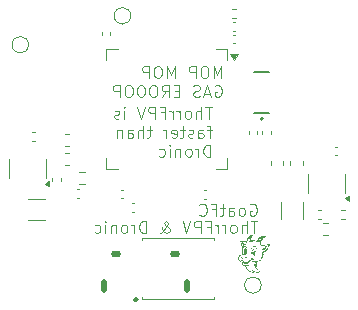
<source format=gbr>
%TF.GenerationSoftware,KiCad,Pcbnew,8.0.6*%
%TF.CreationDate,2025-01-28T20:51:36+01:00*%
%TF.ProjectId,Flight controller goated,466c6967-6874-4206-936f-6e74726f6c6c,rev?*%
%TF.SameCoordinates,Original*%
%TF.FileFunction,Legend,Bot*%
%TF.FilePolarity,Positive*%
%FSLAX46Y46*%
G04 Gerber Fmt 4.6, Leading zero omitted, Abs format (unit mm)*
G04 Created by KiCad (PCBNEW 8.0.6) date 2025-01-28 20:51:36*
%MOMM*%
%LPD*%
G01*
G04 APERTURE LIST*
%ADD10C,0.125000*%
%ADD11C,0.120000*%
%ADD12C,0.127000*%
%ADD13C,0.200000*%
%ADD14C,0.000000*%
%ADD15C,0.250000*%
%ADD16O,0.500000X1.150000*%
%ADD17O,0.850000X0.550000*%
G04 APERTURE END LIST*
D10*
X86379668Y-96911175D02*
X86379668Y-95911175D01*
X86379668Y-95911175D02*
X86046335Y-96625460D01*
X86046335Y-96625460D02*
X85713002Y-95911175D01*
X85713002Y-95911175D02*
X85713002Y-96911175D01*
X85046335Y-95911175D02*
X84855859Y-95911175D01*
X84855859Y-95911175D02*
X84760621Y-95958794D01*
X84760621Y-95958794D02*
X84665383Y-96054032D01*
X84665383Y-96054032D02*
X84617764Y-96244508D01*
X84617764Y-96244508D02*
X84617764Y-96577841D01*
X84617764Y-96577841D02*
X84665383Y-96768317D01*
X84665383Y-96768317D02*
X84760621Y-96863556D01*
X84760621Y-96863556D02*
X84855859Y-96911175D01*
X84855859Y-96911175D02*
X85046335Y-96911175D01*
X85046335Y-96911175D02*
X85141573Y-96863556D01*
X85141573Y-96863556D02*
X85236811Y-96768317D01*
X85236811Y-96768317D02*
X85284430Y-96577841D01*
X85284430Y-96577841D02*
X85284430Y-96244508D01*
X85284430Y-96244508D02*
X85236811Y-96054032D01*
X85236811Y-96054032D02*
X85141573Y-95958794D01*
X85141573Y-95958794D02*
X85046335Y-95911175D01*
X84189192Y-96911175D02*
X84189192Y-95911175D01*
X84189192Y-95911175D02*
X83808240Y-95911175D01*
X83808240Y-95911175D02*
X83713002Y-95958794D01*
X83713002Y-95958794D02*
X83665383Y-96006413D01*
X83665383Y-96006413D02*
X83617764Y-96101651D01*
X83617764Y-96101651D02*
X83617764Y-96244508D01*
X83617764Y-96244508D02*
X83665383Y-96339746D01*
X83665383Y-96339746D02*
X83713002Y-96387365D01*
X83713002Y-96387365D02*
X83808240Y-96434984D01*
X83808240Y-96434984D02*
X84189192Y-96434984D01*
X82427287Y-96911175D02*
X82427287Y-95911175D01*
X82427287Y-95911175D02*
X82093954Y-96625460D01*
X82093954Y-96625460D02*
X81760621Y-95911175D01*
X81760621Y-95911175D02*
X81760621Y-96911175D01*
X81093954Y-95911175D02*
X80903478Y-95911175D01*
X80903478Y-95911175D02*
X80808240Y-95958794D01*
X80808240Y-95958794D02*
X80713002Y-96054032D01*
X80713002Y-96054032D02*
X80665383Y-96244508D01*
X80665383Y-96244508D02*
X80665383Y-96577841D01*
X80665383Y-96577841D02*
X80713002Y-96768317D01*
X80713002Y-96768317D02*
X80808240Y-96863556D01*
X80808240Y-96863556D02*
X80903478Y-96911175D01*
X80903478Y-96911175D02*
X81093954Y-96911175D01*
X81093954Y-96911175D02*
X81189192Y-96863556D01*
X81189192Y-96863556D02*
X81284430Y-96768317D01*
X81284430Y-96768317D02*
X81332049Y-96577841D01*
X81332049Y-96577841D02*
X81332049Y-96244508D01*
X81332049Y-96244508D02*
X81284430Y-96054032D01*
X81284430Y-96054032D02*
X81189192Y-95958794D01*
X81189192Y-95958794D02*
X81093954Y-95911175D01*
X80236811Y-96911175D02*
X80236811Y-95911175D01*
X80236811Y-95911175D02*
X79855859Y-95911175D01*
X79855859Y-95911175D02*
X79760621Y-95958794D01*
X79760621Y-95958794D02*
X79713002Y-96006413D01*
X79713002Y-96006413D02*
X79665383Y-96101651D01*
X79665383Y-96101651D02*
X79665383Y-96244508D01*
X79665383Y-96244508D02*
X79713002Y-96339746D01*
X79713002Y-96339746D02*
X79760621Y-96387365D01*
X79760621Y-96387365D02*
X79855859Y-96434984D01*
X79855859Y-96434984D02*
X80236811Y-96434984D01*
X85855859Y-97568738D02*
X85951097Y-97521119D01*
X85951097Y-97521119D02*
X86093954Y-97521119D01*
X86093954Y-97521119D02*
X86236811Y-97568738D01*
X86236811Y-97568738D02*
X86332049Y-97663976D01*
X86332049Y-97663976D02*
X86379668Y-97759214D01*
X86379668Y-97759214D02*
X86427287Y-97949690D01*
X86427287Y-97949690D02*
X86427287Y-98092547D01*
X86427287Y-98092547D02*
X86379668Y-98283023D01*
X86379668Y-98283023D02*
X86332049Y-98378261D01*
X86332049Y-98378261D02*
X86236811Y-98473500D01*
X86236811Y-98473500D02*
X86093954Y-98521119D01*
X86093954Y-98521119D02*
X85998716Y-98521119D01*
X85998716Y-98521119D02*
X85855859Y-98473500D01*
X85855859Y-98473500D02*
X85808240Y-98425880D01*
X85808240Y-98425880D02*
X85808240Y-98092547D01*
X85808240Y-98092547D02*
X85998716Y-98092547D01*
X85427287Y-98235404D02*
X84951097Y-98235404D01*
X85522525Y-98521119D02*
X85189192Y-97521119D01*
X85189192Y-97521119D02*
X84855859Y-98521119D01*
X84570144Y-98473500D02*
X84427287Y-98521119D01*
X84427287Y-98521119D02*
X84189192Y-98521119D01*
X84189192Y-98521119D02*
X84093954Y-98473500D01*
X84093954Y-98473500D02*
X84046335Y-98425880D01*
X84046335Y-98425880D02*
X83998716Y-98330642D01*
X83998716Y-98330642D02*
X83998716Y-98235404D01*
X83998716Y-98235404D02*
X84046335Y-98140166D01*
X84046335Y-98140166D02*
X84093954Y-98092547D01*
X84093954Y-98092547D02*
X84189192Y-98044928D01*
X84189192Y-98044928D02*
X84379668Y-97997309D01*
X84379668Y-97997309D02*
X84474906Y-97949690D01*
X84474906Y-97949690D02*
X84522525Y-97902071D01*
X84522525Y-97902071D02*
X84570144Y-97806833D01*
X84570144Y-97806833D02*
X84570144Y-97711595D01*
X84570144Y-97711595D02*
X84522525Y-97616357D01*
X84522525Y-97616357D02*
X84474906Y-97568738D01*
X84474906Y-97568738D02*
X84379668Y-97521119D01*
X84379668Y-97521119D02*
X84141573Y-97521119D01*
X84141573Y-97521119D02*
X83998716Y-97568738D01*
X82808239Y-97997309D02*
X82474906Y-97997309D01*
X82332049Y-98521119D02*
X82808239Y-98521119D01*
X82808239Y-98521119D02*
X82808239Y-97521119D01*
X82808239Y-97521119D02*
X82332049Y-97521119D01*
X81332049Y-98521119D02*
X81665382Y-98044928D01*
X81903477Y-98521119D02*
X81903477Y-97521119D01*
X81903477Y-97521119D02*
X81522525Y-97521119D01*
X81522525Y-97521119D02*
X81427287Y-97568738D01*
X81427287Y-97568738D02*
X81379668Y-97616357D01*
X81379668Y-97616357D02*
X81332049Y-97711595D01*
X81332049Y-97711595D02*
X81332049Y-97854452D01*
X81332049Y-97854452D02*
X81379668Y-97949690D01*
X81379668Y-97949690D02*
X81427287Y-97997309D01*
X81427287Y-97997309D02*
X81522525Y-98044928D01*
X81522525Y-98044928D02*
X81903477Y-98044928D01*
X80713001Y-97521119D02*
X80522525Y-97521119D01*
X80522525Y-97521119D02*
X80427287Y-97568738D01*
X80427287Y-97568738D02*
X80332049Y-97663976D01*
X80332049Y-97663976D02*
X80284430Y-97854452D01*
X80284430Y-97854452D02*
X80284430Y-98187785D01*
X80284430Y-98187785D02*
X80332049Y-98378261D01*
X80332049Y-98378261D02*
X80427287Y-98473500D01*
X80427287Y-98473500D02*
X80522525Y-98521119D01*
X80522525Y-98521119D02*
X80713001Y-98521119D01*
X80713001Y-98521119D02*
X80808239Y-98473500D01*
X80808239Y-98473500D02*
X80903477Y-98378261D01*
X80903477Y-98378261D02*
X80951096Y-98187785D01*
X80951096Y-98187785D02*
X80951096Y-97854452D01*
X80951096Y-97854452D02*
X80903477Y-97663976D01*
X80903477Y-97663976D02*
X80808239Y-97568738D01*
X80808239Y-97568738D02*
X80713001Y-97521119D01*
X79665382Y-97521119D02*
X79474906Y-97521119D01*
X79474906Y-97521119D02*
X79379668Y-97568738D01*
X79379668Y-97568738D02*
X79284430Y-97663976D01*
X79284430Y-97663976D02*
X79236811Y-97854452D01*
X79236811Y-97854452D02*
X79236811Y-98187785D01*
X79236811Y-98187785D02*
X79284430Y-98378261D01*
X79284430Y-98378261D02*
X79379668Y-98473500D01*
X79379668Y-98473500D02*
X79474906Y-98521119D01*
X79474906Y-98521119D02*
X79665382Y-98521119D01*
X79665382Y-98521119D02*
X79760620Y-98473500D01*
X79760620Y-98473500D02*
X79855858Y-98378261D01*
X79855858Y-98378261D02*
X79903477Y-98187785D01*
X79903477Y-98187785D02*
X79903477Y-97854452D01*
X79903477Y-97854452D02*
X79855858Y-97663976D01*
X79855858Y-97663976D02*
X79760620Y-97568738D01*
X79760620Y-97568738D02*
X79665382Y-97521119D01*
X78617763Y-97521119D02*
X78427287Y-97521119D01*
X78427287Y-97521119D02*
X78332049Y-97568738D01*
X78332049Y-97568738D02*
X78236811Y-97663976D01*
X78236811Y-97663976D02*
X78189192Y-97854452D01*
X78189192Y-97854452D02*
X78189192Y-98187785D01*
X78189192Y-98187785D02*
X78236811Y-98378261D01*
X78236811Y-98378261D02*
X78332049Y-98473500D01*
X78332049Y-98473500D02*
X78427287Y-98521119D01*
X78427287Y-98521119D02*
X78617763Y-98521119D01*
X78617763Y-98521119D02*
X78713001Y-98473500D01*
X78713001Y-98473500D02*
X78808239Y-98378261D01*
X78808239Y-98378261D02*
X78855858Y-98187785D01*
X78855858Y-98187785D02*
X78855858Y-97854452D01*
X78855858Y-97854452D02*
X78808239Y-97663976D01*
X78808239Y-97663976D02*
X78713001Y-97568738D01*
X78713001Y-97568738D02*
X78617763Y-97521119D01*
X77760620Y-98521119D02*
X77760620Y-97521119D01*
X77760620Y-97521119D02*
X77379668Y-97521119D01*
X77379668Y-97521119D02*
X77284430Y-97568738D01*
X77284430Y-97568738D02*
X77236811Y-97616357D01*
X77236811Y-97616357D02*
X77189192Y-97711595D01*
X77189192Y-97711595D02*
X77189192Y-97854452D01*
X77189192Y-97854452D02*
X77236811Y-97949690D01*
X77236811Y-97949690D02*
X77284430Y-97997309D01*
X77284430Y-97997309D02*
X77379668Y-98044928D01*
X77379668Y-98044928D02*
X77760620Y-98044928D01*
X85572525Y-99351231D02*
X85001097Y-99351231D01*
X85286811Y-100351231D02*
X85286811Y-99351231D01*
X84667763Y-100351231D02*
X84667763Y-99351231D01*
X84239192Y-100351231D02*
X84239192Y-99827421D01*
X84239192Y-99827421D02*
X84286811Y-99732183D01*
X84286811Y-99732183D02*
X84382049Y-99684564D01*
X84382049Y-99684564D02*
X84524906Y-99684564D01*
X84524906Y-99684564D02*
X84620144Y-99732183D01*
X84620144Y-99732183D02*
X84667763Y-99779802D01*
X83620144Y-100351231D02*
X83715382Y-100303612D01*
X83715382Y-100303612D02*
X83763001Y-100255992D01*
X83763001Y-100255992D02*
X83810620Y-100160754D01*
X83810620Y-100160754D02*
X83810620Y-99875040D01*
X83810620Y-99875040D02*
X83763001Y-99779802D01*
X83763001Y-99779802D02*
X83715382Y-99732183D01*
X83715382Y-99732183D02*
X83620144Y-99684564D01*
X83620144Y-99684564D02*
X83477287Y-99684564D01*
X83477287Y-99684564D02*
X83382049Y-99732183D01*
X83382049Y-99732183D02*
X83334430Y-99779802D01*
X83334430Y-99779802D02*
X83286811Y-99875040D01*
X83286811Y-99875040D02*
X83286811Y-100160754D01*
X83286811Y-100160754D02*
X83334430Y-100255992D01*
X83334430Y-100255992D02*
X83382049Y-100303612D01*
X83382049Y-100303612D02*
X83477287Y-100351231D01*
X83477287Y-100351231D02*
X83620144Y-100351231D01*
X82858239Y-100351231D02*
X82858239Y-99684564D01*
X82858239Y-99875040D02*
X82810620Y-99779802D01*
X82810620Y-99779802D02*
X82763001Y-99732183D01*
X82763001Y-99732183D02*
X82667763Y-99684564D01*
X82667763Y-99684564D02*
X82572525Y-99684564D01*
X82239191Y-100351231D02*
X82239191Y-99684564D01*
X82239191Y-99875040D02*
X82191572Y-99779802D01*
X82191572Y-99779802D02*
X82143953Y-99732183D01*
X82143953Y-99732183D02*
X82048715Y-99684564D01*
X82048715Y-99684564D02*
X81953477Y-99684564D01*
X81286810Y-99827421D02*
X81620143Y-99827421D01*
X81620143Y-100351231D02*
X81620143Y-99351231D01*
X81620143Y-99351231D02*
X81143953Y-99351231D01*
X80763000Y-100351231D02*
X80763000Y-99351231D01*
X80763000Y-99351231D02*
X80382048Y-99351231D01*
X80382048Y-99351231D02*
X80286810Y-99398850D01*
X80286810Y-99398850D02*
X80239191Y-99446469D01*
X80239191Y-99446469D02*
X80191572Y-99541707D01*
X80191572Y-99541707D02*
X80191572Y-99684564D01*
X80191572Y-99684564D02*
X80239191Y-99779802D01*
X80239191Y-99779802D02*
X80286810Y-99827421D01*
X80286810Y-99827421D02*
X80382048Y-99875040D01*
X80382048Y-99875040D02*
X80763000Y-99875040D01*
X79905857Y-99351231D02*
X79572524Y-100351231D01*
X79572524Y-100351231D02*
X79239191Y-99351231D01*
X78143952Y-100351231D02*
X78143952Y-99684564D01*
X78143952Y-99351231D02*
X78191571Y-99398850D01*
X78191571Y-99398850D02*
X78143952Y-99446469D01*
X78143952Y-99446469D02*
X78096333Y-99398850D01*
X78096333Y-99398850D02*
X78143952Y-99351231D01*
X78143952Y-99351231D02*
X78143952Y-99446469D01*
X77715381Y-100303612D02*
X77620143Y-100351231D01*
X77620143Y-100351231D02*
X77429667Y-100351231D01*
X77429667Y-100351231D02*
X77334429Y-100303612D01*
X77334429Y-100303612D02*
X77286810Y-100208373D01*
X77286810Y-100208373D02*
X77286810Y-100160754D01*
X77286810Y-100160754D02*
X77334429Y-100065516D01*
X77334429Y-100065516D02*
X77429667Y-100017897D01*
X77429667Y-100017897D02*
X77572524Y-100017897D01*
X77572524Y-100017897D02*
X77667762Y-99970278D01*
X77667762Y-99970278D02*
X77715381Y-99875040D01*
X77715381Y-99875040D02*
X77715381Y-99827421D01*
X77715381Y-99827421D02*
X77667762Y-99732183D01*
X77667762Y-99732183D02*
X77572524Y-99684564D01*
X77572524Y-99684564D02*
X77429667Y-99684564D01*
X77429667Y-99684564D02*
X77334429Y-99732183D01*
X85572525Y-101294508D02*
X85191573Y-101294508D01*
X85429668Y-101961175D02*
X85429668Y-101104032D01*
X85429668Y-101104032D02*
X85382049Y-101008794D01*
X85382049Y-101008794D02*
X85286811Y-100961175D01*
X85286811Y-100961175D02*
X85191573Y-100961175D01*
X84429668Y-101961175D02*
X84429668Y-101437365D01*
X84429668Y-101437365D02*
X84477287Y-101342127D01*
X84477287Y-101342127D02*
X84572525Y-101294508D01*
X84572525Y-101294508D02*
X84763001Y-101294508D01*
X84763001Y-101294508D02*
X84858239Y-101342127D01*
X84429668Y-101913556D02*
X84524906Y-101961175D01*
X84524906Y-101961175D02*
X84763001Y-101961175D01*
X84763001Y-101961175D02*
X84858239Y-101913556D01*
X84858239Y-101913556D02*
X84905858Y-101818317D01*
X84905858Y-101818317D02*
X84905858Y-101723079D01*
X84905858Y-101723079D02*
X84858239Y-101627841D01*
X84858239Y-101627841D02*
X84763001Y-101580222D01*
X84763001Y-101580222D02*
X84524906Y-101580222D01*
X84524906Y-101580222D02*
X84429668Y-101532603D01*
X84001096Y-101913556D02*
X83905858Y-101961175D01*
X83905858Y-101961175D02*
X83715382Y-101961175D01*
X83715382Y-101961175D02*
X83620144Y-101913556D01*
X83620144Y-101913556D02*
X83572525Y-101818317D01*
X83572525Y-101818317D02*
X83572525Y-101770698D01*
X83572525Y-101770698D02*
X83620144Y-101675460D01*
X83620144Y-101675460D02*
X83715382Y-101627841D01*
X83715382Y-101627841D02*
X83858239Y-101627841D01*
X83858239Y-101627841D02*
X83953477Y-101580222D01*
X83953477Y-101580222D02*
X84001096Y-101484984D01*
X84001096Y-101484984D02*
X84001096Y-101437365D01*
X84001096Y-101437365D02*
X83953477Y-101342127D01*
X83953477Y-101342127D02*
X83858239Y-101294508D01*
X83858239Y-101294508D02*
X83715382Y-101294508D01*
X83715382Y-101294508D02*
X83620144Y-101342127D01*
X83286810Y-101294508D02*
X82905858Y-101294508D01*
X83143953Y-100961175D02*
X83143953Y-101818317D01*
X83143953Y-101818317D02*
X83096334Y-101913556D01*
X83096334Y-101913556D02*
X83001096Y-101961175D01*
X83001096Y-101961175D02*
X82905858Y-101961175D01*
X82191572Y-101913556D02*
X82286810Y-101961175D01*
X82286810Y-101961175D02*
X82477286Y-101961175D01*
X82477286Y-101961175D02*
X82572524Y-101913556D01*
X82572524Y-101913556D02*
X82620143Y-101818317D01*
X82620143Y-101818317D02*
X82620143Y-101437365D01*
X82620143Y-101437365D02*
X82572524Y-101342127D01*
X82572524Y-101342127D02*
X82477286Y-101294508D01*
X82477286Y-101294508D02*
X82286810Y-101294508D01*
X82286810Y-101294508D02*
X82191572Y-101342127D01*
X82191572Y-101342127D02*
X82143953Y-101437365D01*
X82143953Y-101437365D02*
X82143953Y-101532603D01*
X82143953Y-101532603D02*
X82620143Y-101627841D01*
X81715381Y-101961175D02*
X81715381Y-101294508D01*
X81715381Y-101484984D02*
X81667762Y-101389746D01*
X81667762Y-101389746D02*
X81620143Y-101342127D01*
X81620143Y-101342127D02*
X81524905Y-101294508D01*
X81524905Y-101294508D02*
X81429667Y-101294508D01*
X80477285Y-101294508D02*
X80096333Y-101294508D01*
X80334428Y-100961175D02*
X80334428Y-101818317D01*
X80334428Y-101818317D02*
X80286809Y-101913556D01*
X80286809Y-101913556D02*
X80191571Y-101961175D01*
X80191571Y-101961175D02*
X80096333Y-101961175D01*
X79762999Y-101961175D02*
X79762999Y-100961175D01*
X79334428Y-101961175D02*
X79334428Y-101437365D01*
X79334428Y-101437365D02*
X79382047Y-101342127D01*
X79382047Y-101342127D02*
X79477285Y-101294508D01*
X79477285Y-101294508D02*
X79620142Y-101294508D01*
X79620142Y-101294508D02*
X79715380Y-101342127D01*
X79715380Y-101342127D02*
X79762999Y-101389746D01*
X78429666Y-101961175D02*
X78429666Y-101437365D01*
X78429666Y-101437365D02*
X78477285Y-101342127D01*
X78477285Y-101342127D02*
X78572523Y-101294508D01*
X78572523Y-101294508D02*
X78762999Y-101294508D01*
X78762999Y-101294508D02*
X78858237Y-101342127D01*
X78429666Y-101913556D02*
X78524904Y-101961175D01*
X78524904Y-101961175D02*
X78762999Y-101961175D01*
X78762999Y-101961175D02*
X78858237Y-101913556D01*
X78858237Y-101913556D02*
X78905856Y-101818317D01*
X78905856Y-101818317D02*
X78905856Y-101723079D01*
X78905856Y-101723079D02*
X78858237Y-101627841D01*
X78858237Y-101627841D02*
X78762999Y-101580222D01*
X78762999Y-101580222D02*
X78524904Y-101580222D01*
X78524904Y-101580222D02*
X78429666Y-101532603D01*
X77953475Y-101294508D02*
X77953475Y-101961175D01*
X77953475Y-101389746D02*
X77905856Y-101342127D01*
X77905856Y-101342127D02*
X77810618Y-101294508D01*
X77810618Y-101294508D02*
X77667761Y-101294508D01*
X77667761Y-101294508D02*
X77572523Y-101342127D01*
X77572523Y-101342127D02*
X77524904Y-101437365D01*
X77524904Y-101437365D02*
X77524904Y-101961175D01*
X85429668Y-103571119D02*
X85429668Y-102571119D01*
X85429668Y-102571119D02*
X85191573Y-102571119D01*
X85191573Y-102571119D02*
X85048716Y-102618738D01*
X85048716Y-102618738D02*
X84953478Y-102713976D01*
X84953478Y-102713976D02*
X84905859Y-102809214D01*
X84905859Y-102809214D02*
X84858240Y-102999690D01*
X84858240Y-102999690D02*
X84858240Y-103142547D01*
X84858240Y-103142547D02*
X84905859Y-103333023D01*
X84905859Y-103333023D02*
X84953478Y-103428261D01*
X84953478Y-103428261D02*
X85048716Y-103523500D01*
X85048716Y-103523500D02*
X85191573Y-103571119D01*
X85191573Y-103571119D02*
X85429668Y-103571119D01*
X84429668Y-103571119D02*
X84429668Y-102904452D01*
X84429668Y-103094928D02*
X84382049Y-102999690D01*
X84382049Y-102999690D02*
X84334430Y-102952071D01*
X84334430Y-102952071D02*
X84239192Y-102904452D01*
X84239192Y-102904452D02*
X84143954Y-102904452D01*
X83667763Y-103571119D02*
X83763001Y-103523500D01*
X83763001Y-103523500D02*
X83810620Y-103475880D01*
X83810620Y-103475880D02*
X83858239Y-103380642D01*
X83858239Y-103380642D02*
X83858239Y-103094928D01*
X83858239Y-103094928D02*
X83810620Y-102999690D01*
X83810620Y-102999690D02*
X83763001Y-102952071D01*
X83763001Y-102952071D02*
X83667763Y-102904452D01*
X83667763Y-102904452D02*
X83524906Y-102904452D01*
X83524906Y-102904452D02*
X83429668Y-102952071D01*
X83429668Y-102952071D02*
X83382049Y-102999690D01*
X83382049Y-102999690D02*
X83334430Y-103094928D01*
X83334430Y-103094928D02*
X83334430Y-103380642D01*
X83334430Y-103380642D02*
X83382049Y-103475880D01*
X83382049Y-103475880D02*
X83429668Y-103523500D01*
X83429668Y-103523500D02*
X83524906Y-103571119D01*
X83524906Y-103571119D02*
X83667763Y-103571119D01*
X82905858Y-102904452D02*
X82905858Y-103571119D01*
X82905858Y-102999690D02*
X82858239Y-102952071D01*
X82858239Y-102952071D02*
X82763001Y-102904452D01*
X82763001Y-102904452D02*
X82620144Y-102904452D01*
X82620144Y-102904452D02*
X82524906Y-102952071D01*
X82524906Y-102952071D02*
X82477287Y-103047309D01*
X82477287Y-103047309D02*
X82477287Y-103571119D01*
X82001096Y-103571119D02*
X82001096Y-102904452D01*
X82001096Y-102571119D02*
X82048715Y-102618738D01*
X82048715Y-102618738D02*
X82001096Y-102666357D01*
X82001096Y-102666357D02*
X81953477Y-102618738D01*
X81953477Y-102618738D02*
X82001096Y-102571119D01*
X82001096Y-102571119D02*
X82001096Y-102666357D01*
X81096335Y-103523500D02*
X81191573Y-103571119D01*
X81191573Y-103571119D02*
X81382049Y-103571119D01*
X81382049Y-103571119D02*
X81477287Y-103523500D01*
X81477287Y-103523500D02*
X81524906Y-103475880D01*
X81524906Y-103475880D02*
X81572525Y-103380642D01*
X81572525Y-103380642D02*
X81572525Y-103094928D01*
X81572525Y-103094928D02*
X81524906Y-102999690D01*
X81524906Y-102999690D02*
X81477287Y-102952071D01*
X81477287Y-102952071D02*
X81382049Y-102904452D01*
X81382049Y-102904452D02*
X81191573Y-102904452D01*
X81191573Y-102904452D02*
X81096335Y-102952071D01*
X88805859Y-107618738D02*
X88901097Y-107571119D01*
X88901097Y-107571119D02*
X89043954Y-107571119D01*
X89043954Y-107571119D02*
X89186811Y-107618738D01*
X89186811Y-107618738D02*
X89282049Y-107713976D01*
X89282049Y-107713976D02*
X89329668Y-107809214D01*
X89329668Y-107809214D02*
X89377287Y-107999690D01*
X89377287Y-107999690D02*
X89377287Y-108142547D01*
X89377287Y-108142547D02*
X89329668Y-108333023D01*
X89329668Y-108333023D02*
X89282049Y-108428261D01*
X89282049Y-108428261D02*
X89186811Y-108523500D01*
X89186811Y-108523500D02*
X89043954Y-108571119D01*
X89043954Y-108571119D02*
X88948716Y-108571119D01*
X88948716Y-108571119D02*
X88805859Y-108523500D01*
X88805859Y-108523500D02*
X88758240Y-108475880D01*
X88758240Y-108475880D02*
X88758240Y-108142547D01*
X88758240Y-108142547D02*
X88948716Y-108142547D01*
X88186811Y-108571119D02*
X88282049Y-108523500D01*
X88282049Y-108523500D02*
X88329668Y-108475880D01*
X88329668Y-108475880D02*
X88377287Y-108380642D01*
X88377287Y-108380642D02*
X88377287Y-108094928D01*
X88377287Y-108094928D02*
X88329668Y-107999690D01*
X88329668Y-107999690D02*
X88282049Y-107952071D01*
X88282049Y-107952071D02*
X88186811Y-107904452D01*
X88186811Y-107904452D02*
X88043954Y-107904452D01*
X88043954Y-107904452D02*
X87948716Y-107952071D01*
X87948716Y-107952071D02*
X87901097Y-107999690D01*
X87901097Y-107999690D02*
X87853478Y-108094928D01*
X87853478Y-108094928D02*
X87853478Y-108380642D01*
X87853478Y-108380642D02*
X87901097Y-108475880D01*
X87901097Y-108475880D02*
X87948716Y-108523500D01*
X87948716Y-108523500D02*
X88043954Y-108571119D01*
X88043954Y-108571119D02*
X88186811Y-108571119D01*
X86996335Y-108571119D02*
X86996335Y-108047309D01*
X86996335Y-108047309D02*
X87043954Y-107952071D01*
X87043954Y-107952071D02*
X87139192Y-107904452D01*
X87139192Y-107904452D02*
X87329668Y-107904452D01*
X87329668Y-107904452D02*
X87424906Y-107952071D01*
X86996335Y-108523500D02*
X87091573Y-108571119D01*
X87091573Y-108571119D02*
X87329668Y-108571119D01*
X87329668Y-108571119D02*
X87424906Y-108523500D01*
X87424906Y-108523500D02*
X87472525Y-108428261D01*
X87472525Y-108428261D02*
X87472525Y-108333023D01*
X87472525Y-108333023D02*
X87424906Y-108237785D01*
X87424906Y-108237785D02*
X87329668Y-108190166D01*
X87329668Y-108190166D02*
X87091573Y-108190166D01*
X87091573Y-108190166D02*
X86996335Y-108142547D01*
X86663001Y-107904452D02*
X86282049Y-107904452D01*
X86520144Y-107571119D02*
X86520144Y-108428261D01*
X86520144Y-108428261D02*
X86472525Y-108523500D01*
X86472525Y-108523500D02*
X86377287Y-108571119D01*
X86377287Y-108571119D02*
X86282049Y-108571119D01*
X85615382Y-108047309D02*
X85948715Y-108047309D01*
X85948715Y-108571119D02*
X85948715Y-107571119D01*
X85948715Y-107571119D02*
X85472525Y-107571119D01*
X84520144Y-108475880D02*
X84567763Y-108523500D01*
X84567763Y-108523500D02*
X84710620Y-108571119D01*
X84710620Y-108571119D02*
X84805858Y-108571119D01*
X84805858Y-108571119D02*
X84948715Y-108523500D01*
X84948715Y-108523500D02*
X85043953Y-108428261D01*
X85043953Y-108428261D02*
X85091572Y-108333023D01*
X85091572Y-108333023D02*
X85139191Y-108142547D01*
X85139191Y-108142547D02*
X85139191Y-107999690D01*
X85139191Y-107999690D02*
X85091572Y-107809214D01*
X85091572Y-107809214D02*
X85043953Y-107713976D01*
X85043953Y-107713976D02*
X84948715Y-107618738D01*
X84948715Y-107618738D02*
X84805858Y-107571119D01*
X84805858Y-107571119D02*
X84710620Y-107571119D01*
X84710620Y-107571119D02*
X84567763Y-107618738D01*
X84567763Y-107618738D02*
X84520144Y-107666357D01*
X89422525Y-109021119D02*
X88851097Y-109021119D01*
X89136811Y-110021119D02*
X89136811Y-109021119D01*
X88517763Y-110021119D02*
X88517763Y-109021119D01*
X88089192Y-110021119D02*
X88089192Y-109497309D01*
X88089192Y-109497309D02*
X88136811Y-109402071D01*
X88136811Y-109402071D02*
X88232049Y-109354452D01*
X88232049Y-109354452D02*
X88374906Y-109354452D01*
X88374906Y-109354452D02*
X88470144Y-109402071D01*
X88470144Y-109402071D02*
X88517763Y-109449690D01*
X87470144Y-110021119D02*
X87565382Y-109973500D01*
X87565382Y-109973500D02*
X87613001Y-109925880D01*
X87613001Y-109925880D02*
X87660620Y-109830642D01*
X87660620Y-109830642D02*
X87660620Y-109544928D01*
X87660620Y-109544928D02*
X87613001Y-109449690D01*
X87613001Y-109449690D02*
X87565382Y-109402071D01*
X87565382Y-109402071D02*
X87470144Y-109354452D01*
X87470144Y-109354452D02*
X87327287Y-109354452D01*
X87327287Y-109354452D02*
X87232049Y-109402071D01*
X87232049Y-109402071D02*
X87184430Y-109449690D01*
X87184430Y-109449690D02*
X87136811Y-109544928D01*
X87136811Y-109544928D02*
X87136811Y-109830642D01*
X87136811Y-109830642D02*
X87184430Y-109925880D01*
X87184430Y-109925880D02*
X87232049Y-109973500D01*
X87232049Y-109973500D02*
X87327287Y-110021119D01*
X87327287Y-110021119D02*
X87470144Y-110021119D01*
X86708239Y-110021119D02*
X86708239Y-109354452D01*
X86708239Y-109544928D02*
X86660620Y-109449690D01*
X86660620Y-109449690D02*
X86613001Y-109402071D01*
X86613001Y-109402071D02*
X86517763Y-109354452D01*
X86517763Y-109354452D02*
X86422525Y-109354452D01*
X86089191Y-110021119D02*
X86089191Y-109354452D01*
X86089191Y-109544928D02*
X86041572Y-109449690D01*
X86041572Y-109449690D02*
X85993953Y-109402071D01*
X85993953Y-109402071D02*
X85898715Y-109354452D01*
X85898715Y-109354452D02*
X85803477Y-109354452D01*
X85136810Y-109497309D02*
X85470143Y-109497309D01*
X85470143Y-110021119D02*
X85470143Y-109021119D01*
X85470143Y-109021119D02*
X84993953Y-109021119D01*
X84613000Y-110021119D02*
X84613000Y-109021119D01*
X84613000Y-109021119D02*
X84232048Y-109021119D01*
X84232048Y-109021119D02*
X84136810Y-109068738D01*
X84136810Y-109068738D02*
X84089191Y-109116357D01*
X84089191Y-109116357D02*
X84041572Y-109211595D01*
X84041572Y-109211595D02*
X84041572Y-109354452D01*
X84041572Y-109354452D02*
X84089191Y-109449690D01*
X84089191Y-109449690D02*
X84136810Y-109497309D01*
X84136810Y-109497309D02*
X84232048Y-109544928D01*
X84232048Y-109544928D02*
X84613000Y-109544928D01*
X83755857Y-109021119D02*
X83422524Y-110021119D01*
X83422524Y-110021119D02*
X83089191Y-109021119D01*
X81184428Y-110021119D02*
X81232048Y-110021119D01*
X81232048Y-110021119D02*
X81327286Y-109973500D01*
X81327286Y-109973500D02*
X81470143Y-109830642D01*
X81470143Y-109830642D02*
X81708238Y-109544928D01*
X81708238Y-109544928D02*
X81803476Y-109402071D01*
X81803476Y-109402071D02*
X81851095Y-109259214D01*
X81851095Y-109259214D02*
X81851095Y-109163976D01*
X81851095Y-109163976D02*
X81803476Y-109068738D01*
X81803476Y-109068738D02*
X81708238Y-109021119D01*
X81708238Y-109021119D02*
X81660619Y-109021119D01*
X81660619Y-109021119D02*
X81565381Y-109068738D01*
X81565381Y-109068738D02*
X81517762Y-109163976D01*
X81517762Y-109163976D02*
X81517762Y-109211595D01*
X81517762Y-109211595D02*
X81565381Y-109306833D01*
X81565381Y-109306833D02*
X81613000Y-109354452D01*
X81613000Y-109354452D02*
X81898714Y-109544928D01*
X81898714Y-109544928D02*
X81946333Y-109592547D01*
X81946333Y-109592547D02*
X81993952Y-109687785D01*
X81993952Y-109687785D02*
X81993952Y-109830642D01*
X81993952Y-109830642D02*
X81946333Y-109925880D01*
X81946333Y-109925880D02*
X81898714Y-109973500D01*
X81898714Y-109973500D02*
X81803476Y-110021119D01*
X81803476Y-110021119D02*
X81660619Y-110021119D01*
X81660619Y-110021119D02*
X81565381Y-109973500D01*
X81565381Y-109973500D02*
X81517762Y-109925880D01*
X81517762Y-109925880D02*
X81374905Y-109735404D01*
X81374905Y-109735404D02*
X81327286Y-109592547D01*
X81327286Y-109592547D02*
X81327286Y-109497309D01*
X79993952Y-110021119D02*
X79993952Y-109021119D01*
X79993952Y-109021119D02*
X79755857Y-109021119D01*
X79755857Y-109021119D02*
X79613000Y-109068738D01*
X79613000Y-109068738D02*
X79517762Y-109163976D01*
X79517762Y-109163976D02*
X79470143Y-109259214D01*
X79470143Y-109259214D02*
X79422524Y-109449690D01*
X79422524Y-109449690D02*
X79422524Y-109592547D01*
X79422524Y-109592547D02*
X79470143Y-109783023D01*
X79470143Y-109783023D02*
X79517762Y-109878261D01*
X79517762Y-109878261D02*
X79613000Y-109973500D01*
X79613000Y-109973500D02*
X79755857Y-110021119D01*
X79755857Y-110021119D02*
X79993952Y-110021119D01*
X78993952Y-110021119D02*
X78993952Y-109354452D01*
X78993952Y-109544928D02*
X78946333Y-109449690D01*
X78946333Y-109449690D02*
X78898714Y-109402071D01*
X78898714Y-109402071D02*
X78803476Y-109354452D01*
X78803476Y-109354452D02*
X78708238Y-109354452D01*
X78232047Y-110021119D02*
X78327285Y-109973500D01*
X78327285Y-109973500D02*
X78374904Y-109925880D01*
X78374904Y-109925880D02*
X78422523Y-109830642D01*
X78422523Y-109830642D02*
X78422523Y-109544928D01*
X78422523Y-109544928D02*
X78374904Y-109449690D01*
X78374904Y-109449690D02*
X78327285Y-109402071D01*
X78327285Y-109402071D02*
X78232047Y-109354452D01*
X78232047Y-109354452D02*
X78089190Y-109354452D01*
X78089190Y-109354452D02*
X77993952Y-109402071D01*
X77993952Y-109402071D02*
X77946333Y-109449690D01*
X77946333Y-109449690D02*
X77898714Y-109544928D01*
X77898714Y-109544928D02*
X77898714Y-109830642D01*
X77898714Y-109830642D02*
X77946333Y-109925880D01*
X77946333Y-109925880D02*
X77993952Y-109973500D01*
X77993952Y-109973500D02*
X78089190Y-110021119D01*
X78089190Y-110021119D02*
X78232047Y-110021119D01*
X77470142Y-109354452D02*
X77470142Y-110021119D01*
X77470142Y-109449690D02*
X77422523Y-109402071D01*
X77422523Y-109402071D02*
X77327285Y-109354452D01*
X77327285Y-109354452D02*
X77184428Y-109354452D01*
X77184428Y-109354452D02*
X77089190Y-109402071D01*
X77089190Y-109402071D02*
X77041571Y-109497309D01*
X77041571Y-109497309D02*
X77041571Y-110021119D01*
X76565380Y-110021119D02*
X76565380Y-109354452D01*
X76565380Y-109021119D02*
X76612999Y-109068738D01*
X76612999Y-109068738D02*
X76565380Y-109116357D01*
X76565380Y-109116357D02*
X76517761Y-109068738D01*
X76517761Y-109068738D02*
X76565380Y-109021119D01*
X76565380Y-109021119D02*
X76565380Y-109116357D01*
X75660619Y-109973500D02*
X75755857Y-110021119D01*
X75755857Y-110021119D02*
X75946333Y-110021119D01*
X75946333Y-110021119D02*
X76041571Y-109973500D01*
X76041571Y-109973500D02*
X76089190Y-109925880D01*
X76089190Y-109925880D02*
X76136809Y-109830642D01*
X76136809Y-109830642D02*
X76136809Y-109544928D01*
X76136809Y-109544928D02*
X76089190Y-109449690D01*
X76089190Y-109449690D02*
X76041571Y-109402071D01*
X76041571Y-109402071D02*
X75946333Y-109354452D01*
X75946333Y-109354452D02*
X75755857Y-109354452D01*
X75755857Y-109354452D02*
X75660619Y-109402071D01*
D11*
%TO.C,R2*%
X72070000Y-105653641D02*
X72070000Y-105346359D01*
X72830000Y-105653641D02*
X72830000Y-105346359D01*
%TO.C,C5*%
X73159420Y-101690000D02*
X73440580Y-101690000D01*
X73159420Y-102710000D02*
X73440580Y-102710000D01*
%TO.C,C3*%
X73159420Y-103240000D02*
X73440580Y-103240000D01*
X73159420Y-104260000D02*
X73440580Y-104260000D01*
%TO.C,C24*%
X89840000Y-101657836D02*
X89840000Y-101442164D01*
X90560000Y-101657836D02*
X90560000Y-101442164D01*
%TO.C,C6*%
X74357836Y-106340000D02*
X74142164Y-106340000D01*
X74357836Y-107060000D02*
X74142164Y-107060000D01*
%TO.C,C1*%
X71436252Y-107140000D02*
X70013748Y-107140000D01*
X71436252Y-108960000D02*
X70013748Y-108960000D01*
%TO.C,C11*%
X91427500Y-107401248D02*
X91427500Y-108823752D01*
X93247500Y-107401248D02*
X93247500Y-108823752D01*
%TO.C,U6*%
X68415000Y-103750000D02*
X68415000Y-104550000D01*
X68415000Y-105350000D02*
X68415000Y-104550000D01*
X71535000Y-103750000D02*
X71535000Y-104550000D01*
X71535000Y-105350000D02*
X71535000Y-104550000D01*
X71815000Y-106090000D02*
X71485000Y-105850000D01*
X71815000Y-105610000D01*
X71815000Y-106090000D01*
G36*
X71815000Y-106090000D02*
G01*
X71485000Y-105850000D01*
X71815000Y-105610000D01*
X71815000Y-106090000D01*
G37*
%TO.C,TP3*%
X78700000Y-91650000D02*
G75*
G02*
X77300000Y-91650000I-700000J0D01*
G01*
X77300000Y-91650000D02*
G75*
G02*
X78700000Y-91650000I700000J0D01*
G01*
%TO.C,R13*%
X94950242Y-109190000D02*
X95424758Y-109190000D01*
X94950242Y-110235000D02*
X95424758Y-110235000D01*
%TO.C,C19*%
X87557836Y-92190000D02*
X87342164Y-92190000D01*
X87557836Y-92910000D02*
X87342164Y-92910000D01*
%TO.C,C26*%
X92227500Y-104253080D02*
X92227500Y-103971920D01*
X93247500Y-104253080D02*
X93247500Y-103971920D01*
%TO.C,C16*%
X94579664Y-108102500D02*
X94795336Y-108102500D01*
X94579664Y-108822500D02*
X94795336Y-108822500D01*
%TO.C,C23*%
X88680000Y-101657836D02*
X88680000Y-101442164D01*
X89400000Y-101657836D02*
X89400000Y-101442164D01*
%TO.C,R14*%
X87603641Y-91070000D02*
X87296359Y-91070000D01*
X87603641Y-91830000D02*
X87296359Y-91830000D01*
%TO.C,TP2*%
X89750000Y-114450000D02*
G75*
G02*
X88350000Y-114450000I-700000J0D01*
G01*
X88350000Y-114450000D02*
G75*
G02*
X89750000Y-114450000I700000J0D01*
G01*
D12*
%TO.C,Y1*%
X89150000Y-96430000D02*
X90450000Y-96430000D01*
X89150000Y-99870000D02*
X90450000Y-99870000D01*
D13*
X89900000Y-100370000D02*
G75*
G02*
X89700000Y-100370000I-100000J0D01*
G01*
X89700000Y-100370000D02*
G75*
G02*
X89900000Y-100370000I100000J0D01*
G01*
D14*
%TO.C,G\u002A\u002A\u002A*%
G36*
X88114225Y-110785464D02*
G01*
X88146903Y-110798967D01*
X88188519Y-110821971D01*
X88235149Y-110852362D01*
X88282871Y-110888022D01*
X88287522Y-110891716D01*
X88326387Y-110920701D01*
X88362476Y-110944756D01*
X88388511Y-110958992D01*
X88423696Y-110973566D01*
X88357832Y-111038783D01*
X88349019Y-111047369D01*
X88316807Y-111076451D01*
X88290187Y-111097128D01*
X88274206Y-111105378D01*
X88272585Y-111105430D01*
X88249441Y-111095740D01*
X88223080Y-111070731D01*
X88198190Y-111035798D01*
X88179461Y-110996338D01*
X88165500Y-110961819D01*
X88145035Y-110917059D01*
X88122499Y-110871753D01*
X88118576Y-110864095D01*
X88101782Y-110827241D01*
X88092274Y-110799049D01*
X88092009Y-110785078D01*
X88094405Y-110783578D01*
X88114225Y-110785464D01*
G37*
G36*
X89179035Y-111097216D02*
G01*
X89231268Y-111116166D01*
X89280611Y-111153355D01*
X89324175Y-111205604D01*
X89359071Y-111269736D01*
X89382410Y-111342573D01*
X89384849Y-111356174D01*
X89383946Y-111376067D01*
X89374707Y-111377099D01*
X89359018Y-111360006D01*
X89338767Y-111325526D01*
X89316732Y-111287855D01*
X89266096Y-111230433D01*
X89204347Y-111192594D01*
X89159367Y-111178648D01*
X89108067Y-111178317D01*
X89052507Y-111196495D01*
X89013089Y-111219804D01*
X88971890Y-111262641D01*
X88937899Y-111323795D01*
X88936273Y-111327423D01*
X88919878Y-111357073D01*
X88907999Y-111366779D01*
X88902533Y-111356419D01*
X88905378Y-111325872D01*
X88910472Y-111304129D01*
X88938342Y-111238847D01*
X88980998Y-111181696D01*
X89034450Y-111136320D01*
X89094708Y-111106359D01*
X89157783Y-111095455D01*
X89179035Y-111097216D01*
G37*
G36*
X90277795Y-111093211D02*
G01*
X90274034Y-111107473D01*
X90251282Y-111133966D01*
X90248285Y-111137166D01*
X90225633Y-111167324D01*
X90199924Y-111209109D01*
X90176160Y-111254497D01*
X90158360Y-111289698D01*
X90114079Y-111357929D01*
X90062913Y-111408864D01*
X90001239Y-111444894D01*
X89925435Y-111468409D01*
X89831879Y-111481802D01*
X89816612Y-111483104D01*
X89738998Y-111487975D01*
X89681689Y-111488192D01*
X89645337Y-111483778D01*
X89630594Y-111474756D01*
X89631453Y-111470534D01*
X89648275Y-111462326D01*
X89682837Y-111456617D01*
X89735540Y-111446658D01*
X89789682Y-111425422D01*
X89847495Y-111391138D01*
X89912101Y-111341948D01*
X89986622Y-111275997D01*
X90046299Y-111221823D01*
X90105706Y-111172062D01*
X90155738Y-111135858D01*
X90199274Y-111111159D01*
X90239193Y-111095912D01*
X90262409Y-111090685D01*
X90277795Y-111093211D01*
G37*
G36*
X88049253Y-112047164D02*
G01*
X88082174Y-112064117D01*
X88100567Y-112077924D01*
X88118389Y-112101716D01*
X88125186Y-112135479D01*
X88126673Y-112151234D01*
X88132259Y-112179671D01*
X88143313Y-112193661D01*
X88163253Y-112193754D01*
X88195498Y-112180496D01*
X88243467Y-112154437D01*
X88304372Y-112124075D01*
X88383773Y-112099132D01*
X88455079Y-112095373D01*
X88518237Y-112112804D01*
X88533392Y-112120479D01*
X88553460Y-112134848D01*
X88553547Y-112145459D01*
X88532999Y-112152636D01*
X88491163Y-112156703D01*
X88427384Y-112157987D01*
X88399063Y-112158036D01*
X88352225Y-112158908D01*
X88319116Y-112161830D01*
X88293602Y-112168021D01*
X88269550Y-112178700D01*
X88240827Y-112195088D01*
X88209794Y-112212319D01*
X88170303Y-112227577D01*
X88141925Y-112226268D01*
X88121319Y-112207814D01*
X88105146Y-112171639D01*
X88095262Y-112146064D01*
X88074697Y-112115325D01*
X88042833Y-112092086D01*
X88030451Y-112084577D01*
X88008204Y-112067663D01*
X87999981Y-112055705D01*
X88003244Y-112047929D01*
X88021068Y-112041576D01*
X88049253Y-112047164D01*
G37*
G36*
X88556805Y-111578866D02*
G01*
X88546080Y-111675204D01*
X88540439Y-111712926D01*
X88538556Y-111743149D01*
X88542288Y-111764020D01*
X88552024Y-111782516D01*
X88556558Y-111789767D01*
X88563959Y-111807755D01*
X88556378Y-111809230D01*
X88535193Y-111793308D01*
X88528961Y-111788147D01*
X88484963Y-111767786D01*
X88429278Y-111762423D01*
X88367006Y-111772685D01*
X88330038Y-111781905D01*
X88307890Y-111783254D01*
X88297215Y-111776567D01*
X88295244Y-111771275D01*
X88290407Y-111745969D01*
X88285487Y-111706652D01*
X88281291Y-111659275D01*
X88279312Y-111595484D01*
X88332230Y-111595484D01*
X88338972Y-111679085D01*
X88341642Y-111694532D01*
X88350202Y-111721476D01*
X88360183Y-111731812D01*
X88361500Y-111731688D01*
X88368262Y-111722793D01*
X88370500Y-111697658D01*
X88368544Y-111653203D01*
X88367940Y-111644580D01*
X88366184Y-111605267D01*
X88368621Y-111580307D01*
X88376801Y-111562648D01*
X88392274Y-111545238D01*
X88396029Y-111541628D01*
X88432520Y-111519845D01*
X88469300Y-111519751D01*
X88503193Y-111541454D01*
X88527786Y-111567025D01*
X88520159Y-111506369D01*
X88514984Y-111473519D01*
X88502350Y-111432837D01*
X88482399Y-111406960D01*
X88452258Y-111391008D01*
X88430490Y-111386195D01*
X88397038Y-111393682D01*
X88370166Y-111422269D01*
X88349242Y-111472455D01*
X88337499Y-111523154D01*
X88332230Y-111595484D01*
X88279312Y-111595484D01*
X88278723Y-111576482D01*
X88285935Y-111490540D01*
X88304397Y-111422826D01*
X88333888Y-111373839D01*
X88374185Y-111344080D01*
X88425069Y-111334049D01*
X88434127Y-111334349D01*
X88480776Y-111347698D01*
X88516787Y-111380004D01*
X88541741Y-111430086D01*
X88555219Y-111496767D01*
X88556576Y-111567025D01*
X88556805Y-111578866D01*
G37*
G36*
X89268553Y-111617859D02*
G01*
X89258965Y-111672829D01*
X89242243Y-111744763D01*
X89229668Y-111798799D01*
X89218855Y-111854028D01*
X89213228Y-111895424D01*
X89213441Y-111919014D01*
X89214138Y-111921926D01*
X89214857Y-111942120D01*
X89203521Y-111945932D01*
X89179127Y-111933149D01*
X89140674Y-111903556D01*
X89090547Y-111865374D01*
X89040679Y-111837420D01*
X88985778Y-111818774D01*
X88917024Y-111805573D01*
X88884293Y-111800575D01*
X88854803Y-111795333D01*
X88843915Y-111791422D01*
X88849324Y-111787783D01*
X88868724Y-111783353D01*
X88876621Y-111781533D01*
X88901381Y-111772111D01*
X88911374Y-111761800D01*
X88911418Y-111761037D01*
X88948934Y-111761037D01*
X88949876Y-111774135D01*
X88950091Y-111774306D01*
X88963254Y-111778490D01*
X88988882Y-111784255D01*
X89013299Y-111787513D01*
X89023233Y-111780018D01*
X89024988Y-111756192D01*
X89027661Y-111728193D01*
X89041339Y-111681430D01*
X89063171Y-111639910D01*
X89089252Y-111612376D01*
X89102877Y-111604969D01*
X89138953Y-111594681D01*
X89173829Y-111594504D01*
X89198260Y-111605057D01*
X89206603Y-111612504D01*
X89222274Y-111618530D01*
X89228633Y-111607479D01*
X89225058Y-111582262D01*
X89210927Y-111545786D01*
X89186384Y-111510715D01*
X89148171Y-111488721D01*
X89094768Y-111481790D01*
X89055388Y-111490448D01*
X89015005Y-111519840D01*
X88981454Y-111568118D01*
X88977052Y-111581281D01*
X88970265Y-111611505D01*
X88963095Y-111650881D01*
X88956508Y-111693121D01*
X88951466Y-111731936D01*
X88948934Y-111761037D01*
X88911418Y-111761037D01*
X88911658Y-111756828D01*
X88914057Y-111732127D01*
X88918368Y-111693419D01*
X88923947Y-111646597D01*
X88924932Y-111638826D01*
X88940546Y-111556675D01*
X88964030Y-111494306D01*
X88996720Y-111449850D01*
X89039948Y-111421442D01*
X89095050Y-111407215D01*
X89099069Y-111406761D01*
X89153782Y-111411955D01*
X89201788Y-111438248D01*
X89240988Y-111484527D01*
X89254293Y-111508499D01*
X89266239Y-111540318D01*
X89270985Y-111575230D01*
X89269145Y-111607479D01*
X89268553Y-111617859D01*
G37*
G36*
X88966946Y-112152315D02*
G01*
X89015243Y-112163772D01*
X89056276Y-112196582D01*
X89089659Y-112250440D01*
X89102874Y-112281432D01*
X89111450Y-112308018D01*
X89110766Y-112318055D01*
X89101148Y-112310004D01*
X89082921Y-112282326D01*
X89082120Y-112280972D01*
X89064689Y-112255579D01*
X89048942Y-112246266D01*
X89027530Y-112248552D01*
X89022947Y-112249805D01*
X88982859Y-112267176D01*
X88936341Y-112295368D01*
X88891231Y-112329158D01*
X88855365Y-112363322D01*
X88852647Y-112366477D01*
X88828539Y-112397172D01*
X88798993Y-112438033D01*
X88769782Y-112481116D01*
X88738309Y-112525838D01*
X88690919Y-112578110D01*
X88639254Y-112615561D01*
X88577989Y-112642677D01*
X88518857Y-112658050D01*
X88442644Y-112660983D01*
X88373635Y-112642817D01*
X88312790Y-112603691D01*
X88303679Y-112594930D01*
X88275613Y-112562805D01*
X88243381Y-112520741D01*
X88212298Y-112475514D01*
X88210777Y-112473159D01*
X88183117Y-112431210D01*
X88163228Y-112404765D01*
X88147121Y-112390158D01*
X88130806Y-112383722D01*
X88110293Y-112381791D01*
X88073730Y-112376007D01*
X88046617Y-112362876D01*
X88036264Y-112345360D01*
X88036326Y-112345014D01*
X88048188Y-112340599D01*
X88076601Y-112337163D01*
X88115816Y-112335425D01*
X88155987Y-112336220D01*
X88186499Y-112341107D01*
X88196024Y-112350021D01*
X88183820Y-112362664D01*
X88183747Y-112362710D01*
X88185135Y-112372645D01*
X88202138Y-112390287D01*
X88230378Y-112412635D01*
X88265475Y-112436687D01*
X88303051Y-112459440D01*
X88338729Y-112477892D01*
X88368129Y-112489042D01*
X88398746Y-112495122D01*
X88478863Y-112494929D01*
X88565653Y-112473306D01*
X88658783Y-112430358D01*
X88757919Y-112366191D01*
X88778447Y-112351268D01*
X88835261Y-112311851D01*
X88882359Y-112283032D01*
X88925429Y-112261539D01*
X88970162Y-112244101D01*
X89030671Y-112223060D01*
X88997020Y-112209781D01*
X88966703Y-112202449D01*
X88937356Y-112203032D01*
X88920120Y-112204696D01*
X88911342Y-112194570D01*
X88914627Y-112180178D01*
X88934172Y-112160181D01*
X88965320Y-112152304D01*
X88966946Y-112152315D01*
G37*
G36*
X89061302Y-110228953D02*
G01*
X89030174Y-110260603D01*
X89028373Y-110262434D01*
X89010592Y-110280302D01*
X88985044Y-110311014D01*
X88946743Y-110357056D01*
X88936562Y-110369294D01*
X88927424Y-110385388D01*
X88884440Y-110461088D01*
X88883552Y-110463850D01*
X88861287Y-110533093D01*
X88853569Y-110557094D01*
X88848919Y-110603070D01*
X88843289Y-110658725D01*
X88843271Y-110667830D01*
X88843154Y-110727786D01*
X88877534Y-110722740D01*
X88887175Y-110721088D01*
X88903111Y-110714407D01*
X88900123Y-110703487D01*
X88894682Y-110691836D01*
X88904074Y-110677163D01*
X88934556Y-110664600D01*
X88986934Y-110653688D01*
X88999871Y-110651839D01*
X89087971Y-110649112D01*
X89186618Y-110660854D01*
X89290315Y-110686469D01*
X89294650Y-110687806D01*
X89332212Y-110698771D01*
X89359398Y-110705631D01*
X89370581Y-110706948D01*
X89372887Y-110703282D01*
X89384828Y-110683983D01*
X89386328Y-110681549D01*
X89480280Y-110681549D01*
X89489020Y-110695009D01*
X89516510Y-110713789D01*
X89527596Y-110720660D01*
X89561809Y-110745748D01*
X89594989Y-110774321D01*
X89614989Y-110792918D01*
X89631109Y-110804647D01*
X89640589Y-110803366D01*
X89648874Y-110790733D01*
X89654153Y-110774287D01*
X89647179Y-110758269D01*
X89624377Y-110736611D01*
X89612331Y-110727054D01*
X89571165Y-110700755D01*
X89529955Y-110682032D01*
X89496986Y-110674899D01*
X89491178Y-110675178D01*
X89480280Y-110681549D01*
X89386328Y-110681549D01*
X89404409Y-110652200D01*
X89424979Y-110618743D01*
X89527609Y-110618743D01*
X89543502Y-110636630D01*
X89579015Y-110663878D01*
X89601500Y-110680456D01*
X89632427Y-110705296D01*
X89652670Y-110724118D01*
X89662816Y-110734837D01*
X89672754Y-110739151D01*
X89679751Y-110726764D01*
X89681581Y-110719663D01*
X89676054Y-110690834D01*
X89655092Y-110660687D01*
X89623557Y-110633659D01*
X89586310Y-110614188D01*
X89548215Y-110606712D01*
X89530760Y-110609147D01*
X89527609Y-110618743D01*
X89424979Y-110618743D01*
X89428882Y-110612394D01*
X89431143Y-110608727D01*
X89460765Y-110567115D01*
X89562325Y-110567115D01*
X89583511Y-110578825D01*
X89597329Y-110585675D01*
X89625561Y-110605325D01*
X89656595Y-110631454D01*
X89683845Y-110655834D01*
X89699998Y-110666659D01*
X89709553Y-110665328D01*
X89717446Y-110653640D01*
X89726371Y-110635420D01*
X89727098Y-110621821D01*
X89717385Y-110605611D01*
X89695027Y-110579494D01*
X89674206Y-110559430D01*
X89637772Y-110537341D01*
X89603021Y-110529849D01*
X89575709Y-110538910D01*
X89563451Y-110551559D01*
X89562325Y-110567115D01*
X89460765Y-110567115D01*
X89508993Y-110499367D01*
X89538511Y-110468750D01*
X89635790Y-110468750D01*
X89637670Y-110482276D01*
X89661333Y-110500341D01*
X89668705Y-110505186D01*
X89698533Y-110532451D01*
X89723732Y-110565462D01*
X89734787Y-110583627D01*
X89746613Y-110599137D01*
X89754593Y-110598644D01*
X89763465Y-110584405D01*
X89766893Y-110577477D01*
X89769816Y-110556934D01*
X89756073Y-110535167D01*
X89724639Y-110502106D01*
X89687972Y-110473458D01*
X89657758Y-110461605D01*
X89636511Y-110467959D01*
X89635790Y-110468750D01*
X89538511Y-110468750D01*
X89574288Y-110431641D01*
X89698418Y-110431641D01*
X89718015Y-110447490D01*
X89722576Y-110450354D01*
X89744850Y-110470851D01*
X89767377Y-110499051D01*
X89776546Y-110512363D01*
X89790346Y-110528654D01*
X89800686Y-110529409D01*
X89813726Y-110517016D01*
X89822449Y-110506273D01*
X89824962Y-110494256D01*
X89815229Y-110479033D01*
X89791033Y-110454490D01*
X89777515Y-110442409D01*
X89746718Y-110421537D01*
X89722171Y-110413512D01*
X89720732Y-110413524D01*
X89699487Y-110418980D01*
X89698418Y-110431641D01*
X89574288Y-110431641D01*
X89593752Y-110411453D01*
X89632276Y-110383520D01*
X89767029Y-110383520D01*
X89778879Y-110392697D01*
X89783034Y-110395486D01*
X89803067Y-110415098D01*
X89824542Y-110442731D01*
X89825112Y-110443568D01*
X89842875Y-110467007D01*
X89854633Y-110473392D01*
X89865300Y-110465464D01*
X89870624Y-110456612D01*
X89871873Y-110429890D01*
X89858923Y-110402163D01*
X89836625Y-110379103D01*
X89809829Y-110366383D01*
X89783388Y-110369676D01*
X89774144Y-110374899D01*
X89767029Y-110383520D01*
X89632276Y-110383520D01*
X89680325Y-110348680D01*
X89856880Y-110348680D01*
X89868215Y-110363786D01*
X89881459Y-110381779D01*
X89897597Y-110412848D01*
X89898090Y-110414164D01*
X89907237Y-110429890D01*
X89907628Y-110430563D01*
X89916614Y-110425686D01*
X89916738Y-110408662D01*
X89904883Y-110384165D01*
X89885954Y-110360969D01*
X89866813Y-110348241D01*
X89928845Y-110348241D01*
X89937121Y-110371634D01*
X89948439Y-110392089D01*
X89961780Y-110401187D01*
X89974645Y-110389637D01*
X89975609Y-110386342D01*
X89970135Y-110369996D01*
X89956279Y-110351024D01*
X89940415Y-110336981D01*
X89928913Y-110335419D01*
X89928845Y-110348241D01*
X89866813Y-110348241D01*
X89865281Y-110347222D01*
X89862049Y-110346303D01*
X89856880Y-110348680D01*
X89680325Y-110348680D01*
X89685297Y-110345075D01*
X89717051Y-110330605D01*
X89994234Y-110330605D01*
X89997615Y-110349380D01*
X89999705Y-110353580D01*
X90013643Y-110365499D01*
X90029125Y-110367724D01*
X90036442Y-110358081D01*
X90035335Y-110353319D01*
X90029295Y-110345325D01*
X90059172Y-110345325D01*
X90060816Y-110352549D01*
X90072394Y-110354769D01*
X90098948Y-110345325D01*
X90109925Y-110340169D01*
X90110639Y-110336140D01*
X90090425Y-110334759D01*
X90068956Y-110337334D01*
X90059172Y-110345325D01*
X90029295Y-110345325D01*
X90024023Y-110338348D01*
X90007871Y-110326393D01*
X89996124Y-110325031D01*
X89994234Y-110330605D01*
X89717051Y-110330605D01*
X89783506Y-110300322D01*
X89888255Y-110277284D01*
X89949076Y-110273848D01*
X90023577Y-110277743D01*
X90093526Y-110289466D01*
X90153027Y-110307965D01*
X90196182Y-110332188D01*
X90200895Y-110336140D01*
X90205173Y-110339727D01*
X90211059Y-110348290D01*
X90204768Y-110355771D01*
X90199302Y-110358081D01*
X90183164Y-110364901D01*
X90143109Y-110378414D01*
X90121689Y-110386342D01*
X90103338Y-110393134D01*
X90073826Y-110408662D01*
X90000305Y-110447346D01*
X89940693Y-110494256D01*
X89907453Y-110520413D01*
X89874800Y-110556934D01*
X89827066Y-110610322D01*
X89819859Y-110621821D01*
X89761423Y-110715061D01*
X89759124Y-110719663D01*
X89748429Y-110741077D01*
X89733222Y-110774287D01*
X89726396Y-110789195D01*
X89709569Y-110831153D01*
X89700823Y-110860074D01*
X89697919Y-110881079D01*
X89700461Y-110902581D01*
X89712745Y-110925215D01*
X89737709Y-110956673D01*
X89756137Y-110979327D01*
X89788328Y-111021443D01*
X89814604Y-111058693D01*
X89821143Y-111068244D01*
X89845726Y-111095788D01*
X89864798Y-111102054D01*
X89886264Y-111095966D01*
X90016770Y-111059400D01*
X90134573Y-111027180D01*
X90238378Y-110999630D01*
X90326895Y-110977070D01*
X90398831Y-110959823D01*
X90452894Y-110948212D01*
X90487791Y-110942557D01*
X90502232Y-110943181D01*
X90503049Y-110947758D01*
X90495615Y-110968784D01*
X90487469Y-110983923D01*
X90477608Y-111002251D01*
X90451008Y-111044251D01*
X90417694Y-111098780D01*
X90386413Y-111160266D01*
X90364892Y-111214721D01*
X90351016Y-111256539D01*
X90303248Y-111370868D01*
X90246063Y-111466482D01*
X90177687Y-111545560D01*
X90096351Y-111610277D01*
X90000282Y-111662811D01*
X89926441Y-111696292D01*
X89938268Y-111754027D01*
X89944236Y-111800295D01*
X89940355Y-111887991D01*
X89919609Y-111981355D01*
X89883416Y-112076168D01*
X89833197Y-112168209D01*
X89770369Y-112253257D01*
X89713645Y-112313284D01*
X89626943Y-112382691D01*
X89532791Y-112432409D01*
X89428434Y-112464137D01*
X89360246Y-112478532D01*
X89362136Y-112591011D01*
X89362203Y-112594702D01*
X89366046Y-112667824D01*
X89375505Y-112729860D01*
X89392202Y-112791629D01*
X89396337Y-112804914D01*
X89407077Y-112844028D01*
X89412716Y-112872491D01*
X89412098Y-112884885D01*
X89409151Y-112885361D01*
X89391037Y-112879067D01*
X89364985Y-112863918D01*
X89360906Y-112861183D01*
X89325712Y-112837812D01*
X89293937Y-112817025D01*
X89261722Y-112796215D01*
X89279731Y-112837929D01*
X89280745Y-112840276D01*
X89298479Y-112881359D01*
X89316020Y-112922004D01*
X89321937Y-112934778D01*
X89355576Y-112991981D01*
X89402192Y-113055985D01*
X89457338Y-113121730D01*
X89516567Y-113184155D01*
X89575434Y-113238200D01*
X89629493Y-113278803D01*
X89633229Y-113281210D01*
X89666356Y-113304418D01*
X89680969Y-113320745D01*
X89678604Y-113333481D01*
X89660795Y-113345921D01*
X89655860Y-113348474D01*
X89596262Y-113370099D01*
X89523475Y-113383935D01*
X89443287Y-113390062D01*
X89361481Y-113388559D01*
X89283842Y-113379506D01*
X89216155Y-113362983D01*
X89164205Y-113339071D01*
X89149064Y-113331225D01*
X89138929Y-113334309D01*
X89142811Y-113353442D01*
X89160789Y-113387469D01*
X89165441Y-113395386D01*
X89174868Y-113418521D01*
X89169270Y-113428907D01*
X89168191Y-113429298D01*
X89150126Y-113431039D01*
X89121605Y-113426231D01*
X89079156Y-113414059D01*
X89019306Y-113393707D01*
X88963189Y-113372167D01*
X88833264Y-113309564D01*
X88710739Y-113233017D01*
X88599410Y-113145376D01*
X88503074Y-113049488D01*
X88425527Y-112948202D01*
X88421420Y-112941884D01*
X88392360Y-112898338D01*
X88370641Y-112869762D01*
X88352226Y-112852201D01*
X88333073Y-112841703D01*
X88309143Y-112834313D01*
X88301927Y-112832275D01*
X88251418Y-112810110D01*
X88201365Y-112776836D01*
X88158976Y-112737947D01*
X88131464Y-112698936D01*
X88122261Y-112672455D01*
X88112743Y-112628781D01*
X88106942Y-112582105D01*
X88105749Y-112565934D01*
X88102056Y-112531417D01*
X88095955Y-112511749D01*
X88084714Y-112501078D01*
X88065600Y-112493549D01*
X88064520Y-112493182D01*
X88032774Y-112477039D01*
X87991182Y-112449075D01*
X87945285Y-112413775D01*
X87900626Y-112375624D01*
X87862745Y-112339105D01*
X87837184Y-112308703D01*
X87822549Y-112283647D01*
X87800460Y-112217668D01*
X87795819Y-112156496D01*
X87873657Y-112156496D01*
X87875067Y-112183906D01*
X87892974Y-112245045D01*
X87928953Y-112306788D01*
X87980301Y-112365758D01*
X88044313Y-112418581D01*
X88118286Y-112461881D01*
X88159278Y-112483303D01*
X88184266Y-112501462D01*
X88189482Y-112514857D01*
X88188766Y-112517409D01*
X88189759Y-112542278D01*
X88197881Y-112579160D01*
X88210909Y-112620786D01*
X88226620Y-112659890D01*
X88242794Y-112689205D01*
X88244165Y-112691095D01*
X88286133Y-112729533D01*
X88344431Y-112755694D01*
X88416199Y-112769300D01*
X88498577Y-112770074D01*
X88588705Y-112757737D01*
X88683723Y-112732012D01*
X88738358Y-112716750D01*
X88804613Y-112709898D01*
X88859461Y-112720256D01*
X88877740Y-112729121D01*
X88888607Y-112741881D01*
X88878998Y-112749690D01*
X88850247Y-112748463D01*
X88825831Y-112747395D01*
X88790969Y-112752753D01*
X88742562Y-112765450D01*
X88676936Y-112786288D01*
X88622097Y-112804251D01*
X88571054Y-112820358D01*
X88530143Y-112832637D01*
X88505055Y-112839332D01*
X88501939Y-112840039D01*
X88477953Y-112847963D01*
X88468120Y-112855867D01*
X88470114Y-112863748D01*
X88484442Y-112889725D01*
X88510250Y-112926656D01*
X88544765Y-112970903D01*
X88585212Y-113018824D01*
X88628818Y-113066780D01*
X88698565Y-113134651D01*
X88822203Y-113231972D01*
X88954904Y-113310686D01*
X88998766Y-113332245D01*
X89044061Y-113352840D01*
X89072164Y-113363161D01*
X89081812Y-113362691D01*
X89079475Y-113356003D01*
X89066449Y-113334289D01*
X89045953Y-113304939D01*
X89022543Y-113274094D01*
X89000777Y-113247898D01*
X88985212Y-113232491D01*
X88984746Y-113232151D01*
X88958980Y-113211122D01*
X88925944Y-113181281D01*
X88890506Y-113147393D01*
X88857530Y-113114225D01*
X88831882Y-113086543D01*
X88818429Y-113069113D01*
X88818150Y-113068589D01*
X88810601Y-113048068D01*
X88817785Y-113043736D01*
X88838748Y-113055355D01*
X88872536Y-113082686D01*
X88876551Y-113086158D01*
X88918103Y-113118086D01*
X88972324Y-113154851D01*
X89034038Y-113193423D01*
X89098067Y-113230769D01*
X89159236Y-113263856D01*
X89212366Y-113289652D01*
X89252281Y-113305125D01*
X89253617Y-113305512D01*
X89287567Y-113312728D01*
X89330407Y-113318220D01*
X89378628Y-113322011D01*
X89428724Y-113324126D01*
X89477187Y-113324588D01*
X89520509Y-113323422D01*
X89555182Y-113320651D01*
X89577699Y-113316299D01*
X89584552Y-113310390D01*
X89572233Y-113302947D01*
X89559740Y-113296207D01*
X89530951Y-113275450D01*
X89493700Y-113245273D01*
X89452506Y-113209623D01*
X89411890Y-113172447D01*
X89376371Y-113137691D01*
X89350471Y-113109303D01*
X89326188Y-113076476D01*
X89295387Y-113028500D01*
X89268998Y-112981197D01*
X89248838Y-112939061D01*
X89224823Y-112884879D01*
X89199836Y-112825268D01*
X89175310Y-112763983D01*
X89152677Y-112704778D01*
X89133370Y-112651405D01*
X89118821Y-112607620D01*
X89110462Y-112577174D01*
X89109727Y-112563823D01*
X89112465Y-112563899D01*
X89126317Y-112574850D01*
X89146306Y-112596940D01*
X89160441Y-112613052D01*
X89186054Y-112640067D01*
X89216537Y-112670842D01*
X89247759Y-112701355D01*
X89275590Y-112727581D01*
X89295899Y-112745498D01*
X89304557Y-112751082D01*
X89303843Y-112744455D01*
X89299799Y-112720108D01*
X89293160Y-112683000D01*
X89284946Y-112638562D01*
X89276176Y-112592222D01*
X89267868Y-112549409D01*
X89261040Y-112515554D01*
X89256712Y-112496085D01*
X89255265Y-112493306D01*
X89236934Y-112484939D01*
X89202057Y-112481879D01*
X89185972Y-112481403D01*
X89138598Y-112476934D01*
X89092407Y-112469288D01*
X89073454Y-112464691D01*
X89035399Y-112453255D01*
X88997184Y-112439654D01*
X88964291Y-112426059D01*
X88942206Y-112414638D01*
X88936412Y-112407562D01*
X88938884Y-112407070D01*
X88958500Y-112408449D01*
X88992938Y-112413064D01*
X89036797Y-112420236D01*
X89045903Y-112421806D01*
X89096138Y-112428832D01*
X89143088Y-112431529D01*
X89195314Y-112430065D01*
X89261382Y-112424605D01*
X89302415Y-112419908D01*
X89361616Y-112411012D01*
X89413964Y-112400851D01*
X89451548Y-112390830D01*
X89533748Y-112353117D01*
X89618329Y-112290904D01*
X89694122Y-112208088D01*
X89760859Y-112104965D01*
X89818273Y-111981835D01*
X89824187Y-111966534D01*
X89834594Y-111935414D01*
X89841376Y-111904715D01*
X89845286Y-111868652D01*
X89847077Y-111821439D01*
X89847502Y-111757291D01*
X89847663Y-111698252D01*
X89848512Y-111656033D01*
X89850556Y-111629850D01*
X89854304Y-111616293D01*
X89860262Y-111611954D01*
X89868940Y-111613425D01*
X89887348Y-111614169D01*
X89924487Y-111602814D01*
X89971275Y-111578866D01*
X90024091Y-111544517D01*
X90079318Y-111501958D01*
X90133336Y-111453378D01*
X90167789Y-111419318D01*
X90197584Y-111387306D01*
X90220538Y-111357426D01*
X90240507Y-111323884D01*
X90261348Y-111280885D01*
X90286919Y-111222636D01*
X90299811Y-111193485D01*
X90332874Y-111125390D01*
X90363940Y-111070613D01*
X90390697Y-111033367D01*
X90434220Y-110983923D01*
X90377376Y-111005522D01*
X90376121Y-111005994D01*
X90346111Y-111016129D01*
X90298951Y-111030796D01*
X90239131Y-111048652D01*
X90171142Y-111068356D01*
X90099475Y-111088566D01*
X90090950Y-111090942D01*
X90021486Y-111110729D01*
X89957876Y-111129568D01*
X89904144Y-111146218D01*
X89864312Y-111159436D01*
X89842403Y-111167978D01*
X89838258Y-111169972D01*
X89812219Y-111179213D01*
X89796099Y-111179585D01*
X89793613Y-111177116D01*
X89781217Y-111158438D01*
X89762975Y-111126352D01*
X89741871Y-111086009D01*
X89738509Y-111079439D01*
X89710718Y-111030377D01*
X89680139Y-110983324D01*
X89652805Y-110947651D01*
X89648066Y-110942231D01*
X89623720Y-110910815D01*
X89612979Y-110886467D01*
X89612655Y-110862416D01*
X89613799Y-110844804D01*
X89607987Y-110829019D01*
X89590496Y-110813209D01*
X89557127Y-110792057D01*
X89518450Y-110769880D01*
X89479831Y-110752194D01*
X89452053Y-110747537D01*
X89431022Y-110755436D01*
X89412641Y-110775419D01*
X89388365Y-110809512D01*
X89339043Y-110781946D01*
X89291026Y-110757854D01*
X89181965Y-110719475D01*
X89067606Y-110699160D01*
X89056836Y-110698222D01*
X89017513Y-110695673D01*
X88989966Y-110695297D01*
X88979607Y-110697213D01*
X88980877Y-110699581D01*
X88994889Y-110712371D01*
X89019384Y-110730347D01*
X89021334Y-110731723D01*
X89029149Y-110737239D01*
X89050548Y-110754576D01*
X89059082Y-110765244D01*
X89057601Y-110766548D01*
X89040137Y-110768943D01*
X89007159Y-110769517D01*
X88963904Y-110768111D01*
X88920860Y-110767359D01*
X88872395Y-110770237D01*
X88831813Y-110776461D01*
X88802076Y-110785114D01*
X88786146Y-110795280D01*
X88786987Y-110806041D01*
X88807561Y-110816482D01*
X88826835Y-110826779D01*
X88847465Y-110844354D01*
X88861828Y-110862317D01*
X88863606Y-110874164D01*
X88862282Y-110874600D01*
X88845863Y-110870648D01*
X88815754Y-110858963D01*
X88777266Y-110841554D01*
X88744648Y-110825330D01*
X88718002Y-110809504D01*
X88707515Y-110798018D01*
X88710339Y-110788619D01*
X88715277Y-110781684D01*
X88709074Y-110777789D01*
X88684049Y-110780386D01*
X88647159Y-110788191D01*
X88613020Y-110798632D01*
X88602951Y-110802908D01*
X88589013Y-110813864D01*
X88583036Y-110833100D01*
X88581767Y-110867817D01*
X88581134Y-110888534D01*
X88577788Y-110914695D01*
X88572528Y-110924922D01*
X88569147Y-110923784D01*
X88552442Y-110911258D01*
X88529911Y-110889350D01*
X88513740Y-110873742D01*
X88464747Y-110841084D01*
X88401368Y-110817196D01*
X88319774Y-110800457D01*
X88243464Y-110787254D01*
X88150035Y-110764181D01*
X88061413Y-110733105D01*
X88043429Y-110725945D01*
X88010887Y-110713841D01*
X87995527Y-110710500D01*
X87994698Y-110715745D01*
X88005750Y-110729401D01*
X88007368Y-110731263D01*
X88026390Y-110760585D01*
X88049105Y-110805745D01*
X88073140Y-110861292D01*
X88096119Y-110921775D01*
X88115668Y-110981745D01*
X88116116Y-110983259D01*
X88131490Y-111028977D01*
X88150536Y-111077037D01*
X88170997Y-111122688D01*
X88190616Y-111161179D01*
X88207132Y-111187758D01*
X88218290Y-111197674D01*
X88224865Y-111195132D01*
X88240331Y-111181225D01*
X88242545Y-111178759D01*
X88271118Y-111159351D01*
X88311616Y-111143339D01*
X88354415Y-111133780D01*
X88389893Y-111133728D01*
X88441581Y-111152573D01*
X88494355Y-111191784D01*
X88536681Y-111246030D01*
X88564632Y-111311320D01*
X88566355Y-111320135D01*
X88562121Y-111322942D01*
X88547563Y-111310516D01*
X88520784Y-111281566D01*
X88480736Y-111241255D01*
X88429272Y-111205340D01*
X88380500Y-111191248D01*
X88333326Y-111198725D01*
X88286654Y-111227520D01*
X88276588Y-111236843D01*
X88245383Y-111280893D01*
X88222254Y-111342057D01*
X88206740Y-111421871D01*
X88198380Y-111521871D01*
X88197858Y-111534039D01*
X88196208Y-111598218D01*
X88197589Y-111646748D01*
X88202378Y-111685602D01*
X88210953Y-111720752D01*
X88216899Y-111740274D01*
X88228963Y-111773971D01*
X88243122Y-111797603D01*
X88263459Y-111813801D01*
X88294061Y-111825199D01*
X88339010Y-111834428D01*
X88402393Y-111844120D01*
X88439050Y-111849860D01*
X88528123Y-111868364D01*
X88600238Y-111891628D01*
X88659530Y-111921190D01*
X88710138Y-111958591D01*
X88727969Y-111974900D01*
X88747560Y-111996513D01*
X88748895Y-112005378D01*
X88732338Y-112000778D01*
X88698255Y-111981993D01*
X88654768Y-111956979D01*
X88601053Y-111932000D01*
X88546076Y-111914726D01*
X88484518Y-111903963D01*
X88411059Y-111898518D01*
X88320380Y-111897195D01*
X88265996Y-111897571D01*
X88209763Y-111898871D01*
X88167857Y-111901559D01*
X88135474Y-111906154D01*
X88107815Y-111913173D01*
X88080076Y-111923135D01*
X88052280Y-111934940D01*
X87976686Y-111978346D01*
X87921412Y-112030087D01*
X87886916Y-112089643D01*
X87873657Y-112156496D01*
X87795819Y-112156496D01*
X87795040Y-112146226D01*
X87805701Y-112075100D01*
X87831855Y-112010067D01*
X87872918Y-111956907D01*
X87904415Y-111932682D01*
X87963227Y-111900884D01*
X88033903Y-111873656D01*
X88110134Y-111853744D01*
X88114634Y-111852838D01*
X88152362Y-111844533D01*
X88178647Y-111837488D01*
X88188035Y-111833144D01*
X88172219Y-111786343D01*
X88152857Y-111720326D01*
X88140909Y-111662268D01*
X88134917Y-111604315D01*
X88133425Y-111538613D01*
X88133907Y-111509687D01*
X88136915Y-111447834D01*
X88142028Y-111389578D01*
X88148502Y-111344483D01*
X88163128Y-111269681D01*
X88123697Y-111195355D01*
X88093508Y-111125756D01*
X88070430Y-111037181D01*
X88066897Y-111018520D01*
X88050930Y-110957292D01*
X88028450Y-110890174D01*
X88002185Y-110824214D01*
X87974862Y-110766460D01*
X87949209Y-110723958D01*
X87939095Y-110708511D01*
X87926290Y-110681671D01*
X87921414Y-110660660D01*
X87926576Y-110652170D01*
X87928765Y-110652577D01*
X87948053Y-110657079D01*
X87983794Y-110665771D01*
X88031959Y-110677669D01*
X88088522Y-110691787D01*
X88103547Y-110695497D01*
X88165068Y-110709590D01*
X88221996Y-110721027D01*
X88268547Y-110728716D01*
X88298941Y-110731563D01*
X88343188Y-110734045D01*
X88395582Y-110740654D01*
X88444835Y-110749855D01*
X88481154Y-110760115D01*
X88484804Y-110761276D01*
X88495002Y-110758658D01*
X88496615Y-110754744D01*
X88581767Y-110754744D01*
X88582872Y-110758858D01*
X88595973Y-110763810D01*
X88596110Y-110763791D01*
X88614340Y-110761876D01*
X88647936Y-110758824D01*
X88689731Y-110755286D01*
X88704601Y-110753970D01*
X88742970Y-110748743D01*
X88763314Y-110741688D01*
X88769284Y-110731723D01*
X88767698Y-110726679D01*
X88750801Y-110716646D01*
X88720666Y-110711281D01*
X88683851Y-110710841D01*
X88646912Y-110715581D01*
X88616408Y-110725757D01*
X88613141Y-110727496D01*
X88590878Y-110742568D01*
X88581767Y-110754744D01*
X88496615Y-110754744D01*
X88501876Y-110741980D01*
X88507573Y-110706918D01*
X88513531Y-110669950D01*
X88596756Y-110669950D01*
X88607752Y-110675722D01*
X88637913Y-110679749D01*
X88684063Y-110681580D01*
X88706747Y-110681654D01*
X88746706Y-110680070D01*
X88768416Y-110675617D01*
X88774966Y-110667830D01*
X88771091Y-110657980D01*
X88750580Y-110645027D01*
X88718295Y-110637331D01*
X88680921Y-110636178D01*
X88645142Y-110642853D01*
X88635065Y-110646500D01*
X88609065Y-110658771D01*
X88596856Y-110669217D01*
X88596756Y-110669950D01*
X88513531Y-110669950D01*
X88514176Y-110665948D01*
X88528352Y-110601321D01*
X88528616Y-110600348D01*
X88602401Y-110600348D01*
X88604179Y-110608750D01*
X88619800Y-110612492D01*
X88653699Y-110613443D01*
X88673208Y-110613907D01*
X88713635Y-110616927D01*
X88743713Y-110621777D01*
X88759227Y-110625076D01*
X88772177Y-110621515D01*
X88774966Y-110603070D01*
X88774408Y-110596119D01*
X88760843Y-110571739D01*
X88733563Y-110556453D01*
X88698486Y-110550608D01*
X88661531Y-110554548D01*
X88628617Y-110568621D01*
X88605660Y-110593172D01*
X88602401Y-110600348D01*
X88528616Y-110600348D01*
X88546296Y-110535208D01*
X88557287Y-110501589D01*
X88630010Y-110501589D01*
X88636063Y-110512244D01*
X88663652Y-110515794D01*
X88669117Y-110515985D01*
X88706693Y-110523098D01*
X88744151Y-110537299D01*
X88786331Y-110558803D01*
X88786331Y-110533093D01*
X88783352Y-110517928D01*
X88768700Y-110504824D01*
X88736860Y-110493533D01*
X88723107Y-110489993D01*
X88678214Y-110483606D01*
X88645847Y-110487571D01*
X88630010Y-110501589D01*
X88557287Y-110501589D01*
X88565777Y-110475618D01*
X88581875Y-110437008D01*
X88661319Y-110437008D01*
X88667144Y-110443673D01*
X88687328Y-110447606D01*
X88693997Y-110448143D01*
X88724024Y-110456030D01*
X88757919Y-110470336D01*
X88764308Y-110473607D01*
X88790581Y-110486925D01*
X88803301Y-110490806D01*
X88808545Y-110485232D01*
X88812392Y-110470187D01*
X88813575Y-110463850D01*
X88808270Y-110445469D01*
X88786034Y-110431463D01*
X88743969Y-110419692D01*
X88730190Y-110417423D01*
X88696623Y-110417340D01*
X88671319Y-110424360D01*
X88661319Y-110437008D01*
X88581875Y-110437008D01*
X88584564Y-110430559D01*
X88587793Y-110424385D01*
X88626052Y-110370442D01*
X88719425Y-110370442D01*
X88735000Y-110382281D01*
X88769808Y-110397611D01*
X88790551Y-110405528D01*
X88816835Y-110413603D01*
X88830597Y-110413080D01*
X88837174Y-110404508D01*
X88839921Y-110396080D01*
X88840580Y-110385388D01*
X88811599Y-110366706D01*
X88771401Y-110347809D01*
X88741884Y-110345592D01*
X88720624Y-110359530D01*
X88720299Y-110359938D01*
X88719425Y-110370442D01*
X88626052Y-110370442D01*
X88629474Y-110365617D01*
X88681171Y-110314981D01*
X88796939Y-110314981D01*
X88804953Y-110326127D01*
X88826564Y-110342588D01*
X88836922Y-110348954D01*
X88857644Y-110358520D01*
X88865883Y-110357056D01*
X88859047Y-110345005D01*
X88839316Y-110328744D01*
X88815973Y-110316006D01*
X88798516Y-110313003D01*
X88796939Y-110314981D01*
X88681171Y-110314981D01*
X88687819Y-110308469D01*
X88721705Y-110283409D01*
X88846564Y-110283409D01*
X88860201Y-110299866D01*
X88872238Y-110312151D01*
X88889502Y-110321936D01*
X88903667Y-110315117D01*
X88906166Y-110311014D01*
X88901642Y-110296449D01*
X88884871Y-110283029D01*
X88862730Y-110277137D01*
X88849126Y-110277756D01*
X88846564Y-110283409D01*
X88721705Y-110283409D01*
X88757504Y-110256934D01*
X88776963Y-110246157D01*
X88905007Y-110246157D01*
X88911342Y-110260090D01*
X88915165Y-110264422D01*
X88935004Y-110276560D01*
X88950382Y-110266963D01*
X88951002Y-110260603D01*
X88938759Y-110249916D01*
X88917096Y-110243535D01*
X88905007Y-110246157D01*
X88776963Y-110246157D01*
X88813221Y-110226076D01*
X88963204Y-110226076D01*
X88964404Y-110235036D01*
X88976630Y-110235960D01*
X88997744Y-110225993D01*
X89000304Y-110224004D01*
X89010010Y-110212754D01*
X89000832Y-110210957D01*
X88974602Y-110219152D01*
X88963204Y-110226076D01*
X88813221Y-110226076D01*
X88833202Y-110215010D01*
X88909588Y-110186692D01*
X88927685Y-110182672D01*
X88967281Y-110177044D01*
X89011026Y-110173517D01*
X89052257Y-110172380D01*
X89084314Y-110173921D01*
X89100537Y-110178427D01*
X89099384Y-110183225D01*
X89086034Y-110201313D01*
X89075797Y-110212754D01*
X89061302Y-110228953D01*
G37*
D11*
%TO.C,C27*%
X90590000Y-104240580D02*
X90590000Y-103959420D01*
X91610000Y-104240580D02*
X91610000Y-103959420D01*
%TO.C,C21*%
X76240000Y-93042164D02*
X76240000Y-93257836D01*
X76960000Y-93042164D02*
X76960000Y-93257836D01*
%TO.C,C4*%
X78792164Y-107540000D02*
X79007836Y-107540000D01*
X78792164Y-108260000D02*
X79007836Y-108260000D01*
%TO.C,R7*%
X96533859Y-108082500D02*
X96841141Y-108082500D01*
X96533859Y-108842500D02*
X96841141Y-108842500D01*
%TO.C,C17*%
X87557836Y-93240000D02*
X87342164Y-93240000D01*
X87557836Y-93960000D02*
X87342164Y-93960000D01*
%TO.C,TP4*%
X70050000Y-94100000D02*
G75*
G02*
X68650000Y-94100000I-700000J0D01*
G01*
X68650000Y-94100000D02*
G75*
G02*
X70050000Y-94100000I700000J0D01*
G01*
%TO.C,U7*%
X93740000Y-105012500D02*
X93740000Y-105812500D01*
X93740000Y-106612500D02*
X93740000Y-105812500D01*
X96860000Y-105012500D02*
X96860000Y-105812500D01*
X96860000Y-106612500D02*
X96860000Y-105812500D01*
X97140000Y-107352500D02*
X96810000Y-107112500D01*
X97140000Y-106872500D01*
X97140000Y-107352500D01*
G36*
X97140000Y-107352500D02*
G01*
X96810000Y-107112500D01*
X97140000Y-106872500D01*
X97140000Y-107352500D01*
G37*
%TO.C,C13*%
X96195336Y-102752500D02*
X95979664Y-102752500D01*
X96195336Y-103472500D02*
X95979664Y-103472500D01*
%TO.C,R1*%
X74837258Y-104877500D02*
X74362742Y-104877500D01*
X74837258Y-105922500D02*
X74362742Y-105922500D01*
%TO.C,C22*%
X84892164Y-106440000D02*
X85107836Y-106440000D01*
X84892164Y-107160000D02*
X85107836Y-107160000D01*
%TO.C,C20*%
X77842164Y-106390000D02*
X78057836Y-106390000D01*
X77842164Y-107110000D02*
X78057836Y-107110000D01*
%TO.C,U1*%
X79650000Y-110500000D02*
X79650000Y-110668700D01*
X79650000Y-115600000D02*
X79650000Y-115431300D01*
X85750000Y-110500000D02*
X79650000Y-110500000D01*
X85750000Y-110668700D02*
X85750000Y-110500000D01*
X85750000Y-115431300D02*
X85750000Y-115600000D01*
X85750000Y-115600000D02*
X79650000Y-115600000D01*
D15*
X79271000Y-115681300D02*
G75*
G02*
X79021000Y-115681300I-125000J0D01*
G01*
X79021000Y-115681300D02*
G75*
G02*
X79271000Y-115681300I125000J0D01*
G01*
D11*
%TO.C,U2*%
X76640000Y-94440000D02*
X77590000Y-94440000D01*
X76640000Y-95390000D02*
X76640000Y-94440000D01*
X76640000Y-103710000D02*
X76640000Y-104660000D01*
X76640000Y-104660000D02*
X77590000Y-104660000D01*
X86860000Y-94440000D02*
X85910000Y-94440000D01*
X86860000Y-95390000D02*
X86860000Y-94440000D01*
X86860000Y-103710000D02*
X86860000Y-104660000D01*
X86860000Y-104660000D02*
X85910000Y-104660000D01*
X87475000Y-95390000D02*
X87135000Y-94920000D01*
X87815000Y-94920000D01*
X87475000Y-95390000D01*
G36*
X87475000Y-95390000D02*
G01*
X87135000Y-94920000D01*
X87815000Y-94920000D01*
X87475000Y-95390000D01*
G37*
%TO.C,C2*%
X70587836Y-101490000D02*
X70372164Y-101490000D01*
X70587836Y-102210000D02*
X70372164Y-102210000D01*
%TD*%
D16*
X76450000Y-114500000D03*
D17*
X77450000Y-111800000D03*
X82450000Y-111800000D03*
D16*
X83450000Y-114500000D03*
M02*

</source>
